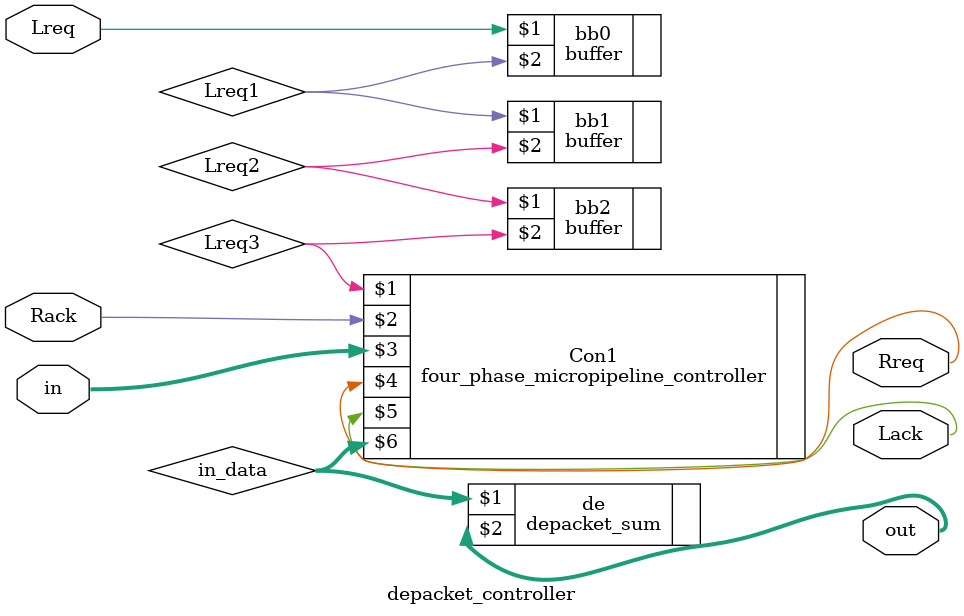
<source format=sv>
`timescale 1ns/1fs

module depacket_controller(
input Lreq,
output Lack,
output Rreq,
input  Rack,
input [34:0]in,
output [34:0]out
);

//Delay Line
logic Lreq1, Lreq2,Lreq3;
buffer bb0(Lreq,Lreq1);
buffer bb1(Lreq1,Lreq2);
buffer bb2(Lreq2,Lreq3);

//Controller
logic [34:0]in_data;
four_phase_micropipeline_controller Con1(Lreq3, Rack,in,Rreq,Lack, in_data);
//Depacket Comb. Logic
depacket_sum de(in_data,out);

endmodule
</source>
